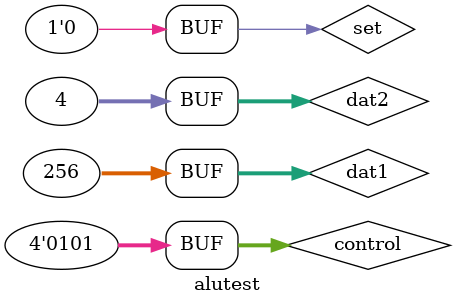
<source format=v>
`timescale 1ns / 1ps


module alutest;

	// Inputs
	reg [31:0] dat1;
	reg [31:0] dat2;
	reg [3:0] control;
	reg set;

	// Outputs
	wire Z;
	wire N;
	wire C;
	wire V;
	wire [31:0] result;

	// Instantiate the Unit Under Test (UUT)
	ALU uut (
		.dat1(dat1), 
		.dat2(dat2), 
		.control(control), 
		.set(set), 
		.Z(Z), 
		.N(N), 
		.C(C), 
		.V(V), 
		.result(result)
	);
	
	/*
0 : add
1: sub
2: mul
3: or
4: lsl
5: lsr
*/

	initial begin
		// Initialize Inputs
		dat1 = 0;
		dat2 = 0;
		control = 0;
		set = 0;

		// Wait 100 ns for global reset to finish
		#100;
		#10; dat1 = 4; dat2 = 4; control = 0;
		#10; dat1 = 4; dat2 = 4; control = 1;
		#10; dat1 = 4; dat2 = 4; control = 2;
		#10; dat1 = 4; dat2 = 0; control = 3;
		#10; dat1 = 256; dat2 = 4; control = 4;
		#10; dat1 = 256; dat2 = 4; control = 5;
        
		// Add stimulus here

	end
      
endmodule


</source>
